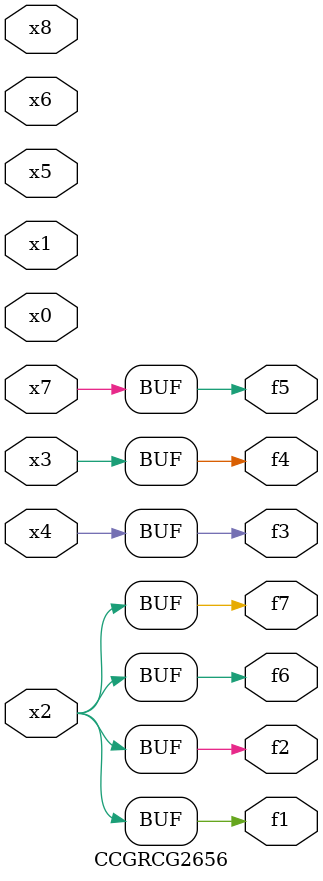
<source format=v>
module CCGRCG2656(
	input x0, x1, x2, x3, x4, x5, x6, x7, x8,
	output f1, f2, f3, f4, f5, f6, f7
);
	assign f1 = x2;
	assign f2 = x2;
	assign f3 = x4;
	assign f4 = x3;
	assign f5 = x7;
	assign f6 = x2;
	assign f7 = x2;
endmodule

</source>
